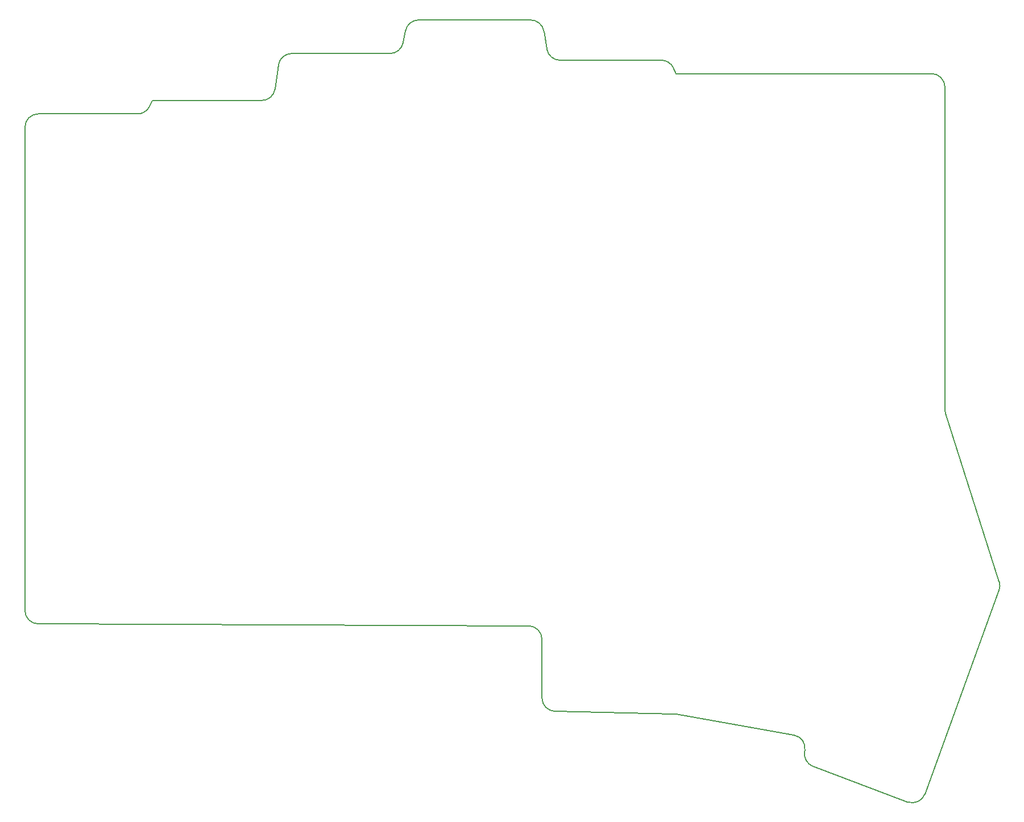
<source format=gbr>
%TF.GenerationSoftware,KiCad,Pcbnew,8.0.5-8.0.5-0~ubuntu20.04.1*%
%TF.CreationDate,2024-10-07T16:46:15+02:00*%
%TF.ProjectId,keyboard_pcb,6b657962-6f61-4726-945f-7063622e6b69,v1.0.0*%
%TF.SameCoordinates,Original*%
%TF.FileFunction,Profile,NP*%
%FSLAX46Y46*%
G04 Gerber Fmt 4.6, Leading zero omitted, Abs format (unit mm)*
G04 Created by KiCad (PCBNEW 8.0.5-8.0.5-0~ubuntu20.04.1) date 2024-10-07 16:46:15*
%MOMM*%
%LPD*%
G01*
G04 APERTURE LIST*
%TA.AperFunction,Profile*%
%ADD10C,0.150000*%
%TD*%
G04 APERTURE END LIST*
D10*
X165008052Y-159801980D02*
G75*
G02*
X167000036Y-161801964I-8052J-2000020D01*
G01*
X227094632Y-128146597D02*
G75*
G02*
X227000009Y-127538673I1905368J607897D01*
G01*
X109000000Y-81500000D02*
X125265409Y-81500000D01*
X224021278Y-184856373D02*
X235067230Y-154507871D01*
X207387250Y-180762856D02*
G75*
G02*
X206121318Y-178543445I703750J1872156D01*
G01*
X148639608Y-69500000D02*
X165305746Y-69500000D01*
X235093213Y-153215906D02*
G75*
G02*
X235067211Y-154507864I-1905313J-607894D01*
G01*
X146321554Y-72892232D02*
X146678446Y-71107768D01*
X224021278Y-184856373D02*
G75*
G02*
X221438198Y-186044417I-1879378J684073D01*
G01*
X127245308Y-79782843D02*
X127754692Y-76217157D01*
X167000000Y-170546268D02*
X167000000Y-161801964D01*
X227094632Y-128146597D02*
X235093213Y-153215907D01*
X146321553Y-72892232D02*
G75*
G02*
X144360392Y-74499992I-1961153J392232D01*
G01*
X204523259Y-176089071D02*
G75*
G02*
X206145624Y-178405990I-347259J-1969629D01*
G01*
X108552786Y-82394427D02*
G75*
G02*
X106763932Y-83500028I-1788886J894427D01*
G01*
X165008052Y-159801980D02*
X91991948Y-159508020D01*
X169694254Y-75500000D02*
X184763932Y-75500000D01*
X186552786Y-76605573D02*
X187000000Y-77500000D01*
X90000000Y-85500000D02*
G75*
G02*
X92000000Y-83500000I2000000J0D01*
G01*
X225000000Y-77500000D02*
G75*
G02*
X227000000Y-79500000I0J-2000000D01*
G01*
X167278534Y-71171202D02*
X167721466Y-73828798D01*
X186645344Y-172959859D02*
G75*
G02*
X186945836Y-172989702I-46844J-1999441D01*
G01*
X204523259Y-176089070D02*
X186945837Y-172989696D01*
X146678447Y-71107768D02*
G75*
G02*
X148639608Y-69500008I1961153J-392232D01*
G01*
X127245308Y-79782843D02*
G75*
G02*
X125265409Y-81500009I-1979908J282843D01*
G01*
X108552786Y-82394427D02*
X109000000Y-81500000D01*
X186645344Y-172959859D02*
X168953197Y-172545721D01*
X165305746Y-69500000D02*
G75*
G02*
X167278489Y-71171209I-46J-2000000D01*
G01*
X169694254Y-75500000D02*
G75*
G02*
X167721511Y-73828791I46J2000000D01*
G01*
X90000000Y-157508036D02*
X90000000Y-85500000D01*
X206121339Y-178543449D02*
X206145578Y-178405982D01*
X221438188Y-186044444D02*
X207387249Y-180762856D01*
X227000000Y-79500000D02*
X227000000Y-127538673D01*
X184763932Y-75500000D02*
G75*
G02*
X186552761Y-76605586I-32J-2000000D01*
G01*
X187000000Y-77500000D02*
X225000000Y-77500000D01*
X129734591Y-74500000D02*
X144360392Y-74500000D01*
X127754692Y-76217157D02*
G75*
G02*
X129734591Y-74499991I1979908J-282843D01*
G01*
X92000000Y-83500000D02*
X106763932Y-83500000D01*
X91991948Y-159508020D02*
G75*
G02*
X89999964Y-157508036I8052J2000020D01*
G01*
X168953197Y-172545720D02*
G75*
G02*
X167000032Y-170546268I46803J1999420D01*
G01*
M02*

</source>
